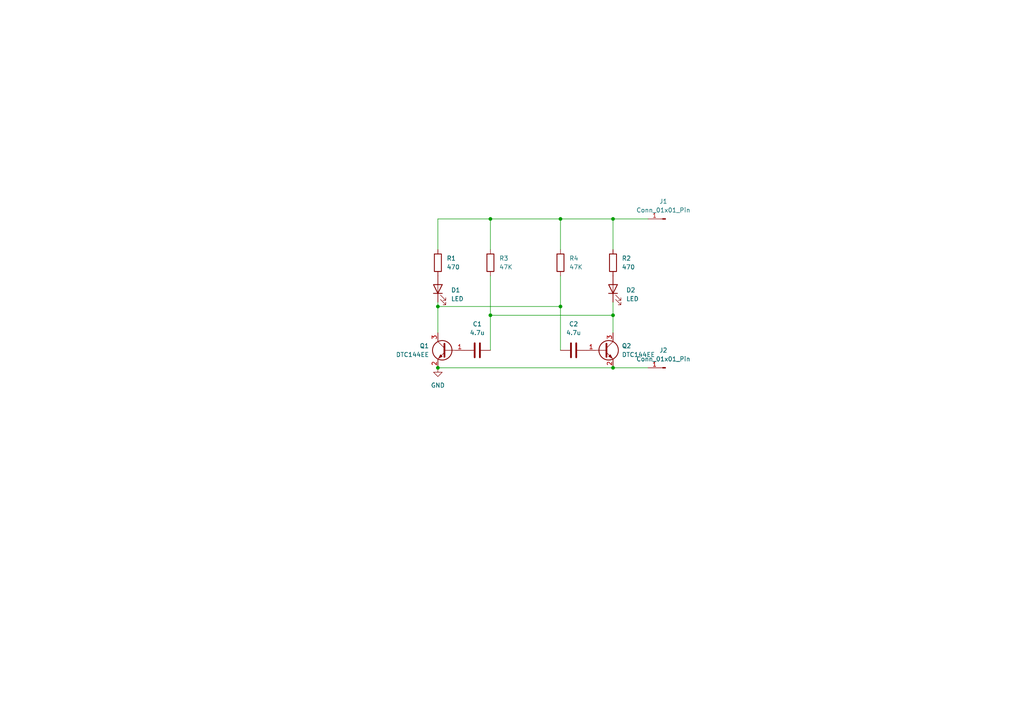
<source format=kicad_sch>
(kicad_sch (version 20250114) (generator "eeschema") (generator_version "9.0")
  (paper "A4")
  (lib_symbols
    (symbol "Connector:Conn_01x01_Pin" (pin_names (offset 1.016) (hide yes))
      (property "Reference" "J" (at 0 2.54 0))
      (property "Value" "Conn_01x01_Pin" (at 0 -2.54 0))
      (symbol "Conn_01x01_Pin_1_1"
        (rectangle (start 0.8636 0.127) (end 0 -0.127) (stroke (width 0.1524)) (fill (type outline)))
        (polyline (pts (xy 1.27 0) (xy 0.8636 0)) (stroke (width 0.1524)))
        (pin passive line (at 5.08 0 180) (length 3.81) (name "Pin_1") (number "1"))
      )
    )
    (symbol "Device:C" (pin_numbers (hide yes)) (pin_names (offset 0.254))
      (property "Reference" "C" (at 0.635 2.54 0))
      (property "Value" "C" (at 0.635 -2.54 0))
      (symbol "C_0_1"
        (polyline (pts (xy -2.032 0.762) (xy 2.032 0.762)) (stroke (width 0.508)))
        (polyline (pts (xy -2.032 -0.762) (xy 2.032 -0.762)) (stroke (width 0.508)))
      )
      (symbol "C_1_1"
        (pin passive line (at 0 3.81 270) (length 2.794) (name "~") (number "1"))
        (pin passive line (at 0 -3.81 90) (length 2.794) (name "~") (number "2"))
      )
    )
    (symbol "Device:LED" (pin_numbers (hide yes)) (pin_names (offset 1.016) (hide yes))
      (property "Reference" "D" (at 0 2.54 0))
      (property "Value" "LED" (at 0 -2.54 0))
      (symbol "LED_0_1"
        (polyline (pts (xy -3.048 -0.762) (xy -4.572 -2.286) (xy -3.81 -2.286) (xy -4.572 -2.286) (xy -4.572 -1.524)))
        (polyline (pts (xy -1.778 -0.762) (xy -3.302 -2.286) (xy -2.54 -2.286) (xy -3.302 -2.286) (xy -3.302 -1.524)))
        (polyline (pts (xy -1.27 0) (xy 1.27 0)))
        (polyline (pts (xy -1.27 -1.27) (xy -1.27 1.27)) (stroke (width 0.254)))
        (polyline (pts (xy 1.27 -1.27) (xy 1.27 1.27) (xy -1.27 0) (xy 1.27 -1.27)) (stroke (width 0.254)))
      )
      (symbol "LED_1_1"
        (pin passive line (at -3.81 0 0) (length 2.54) (name "K") (number "1"))
        (pin passive line (at 3.81 0 180) (length 2.54) (name "A") (number "2"))
      )
    )
    (symbol "Device:R" (pin_numbers (hide yes)) (pin_names (offset 0))
      (property "Reference" "R" (at 2.032 0 90))
      (property "Value" "R" (at 0 0 90))
      (symbol "R_0_1"
        (rectangle (start -1.016 -2.54) (end 1.016 2.54) (stroke (width 0.254)))
      )
      (symbol "R_1_1"
        (pin passive line (at 0 3.81 270) (length 1.27) (name "~") (number "1"))
        (pin passive line (at 0 -3.81 90) (length 1.27) (name "~") (number "2"))
      )
    )
    (symbol "Transistor_BJT:BC817" (pin_names (offset 0) (hide yes))
      (property "Reference" "Q" (at 5.08 1.905 0))
      (property "Value" "BC817" (at 5.08 0 0))
      (symbol "BC817_0_1"
        (polyline (pts (xy -2.54 0) (xy 0.635 0)))
        (polyline (pts (xy 0.635 1.905) (xy 0.635 -1.905)) (stroke (width 0.508)))
        (circle (center 1.27 0) (radius 2.8194) (stroke (width 0.254)))
      )
      (symbol "BC817_1_1"
        (polyline (pts (xy 0.635 0.635) (xy 2.54 2.54)))
        (polyline (pts (xy 0.635 -0.635) (xy 2.54 -2.54)))
        (polyline (pts (xy 1.27 -1.778) (xy 1.778 -1.27) (xy 2.286 -2.286) (xy 1.27 -1.778)) (fill (type outline)))
        (pin input line (at -5.08 0 0) (length 2.54) (name "B") (number "1"))
        (pin passive line (at 2.54 5.08 270) (length 2.54) (name "C") (number "3"))
        (pin passive line (at 2.54 -5.08 90) (length 2.54) (name "E") (number "2"))
      )
    )
    (symbol "power:GND" (power) (pin_numbers (hide yes)) (pin_names (offset 0) (hide yes))
      (property "Value" "GND" (at 0 -3.81 0))
      (symbol "GND_0_1"
        (polyline (pts (xy 0 0) (xy 0 -1.27) (xy 1.27 -1.27) (xy 0 -2.54) (xy -1.27 -1.27) (xy 0 -1.27)))
      )
      (symbol "GND_1_1"
        (pin power_in line (at 0 0 270) (length 0) (name "~") (number "1"))
      )
    )
  )
  (junction (at 142.24 91.44))
  (junction (at 177.8 63.5))
  (junction (at 177.8 106.68))
  (junction (at 142.24 63.5))
  (junction (at 162.56 88.9))
  (junction (at 162.56 63.5))
  (junction (at 127 88.9))
  (junction (at 177.8 91.44))
  (junction (at 127 106.68))
  (wire (pts (xy 177.8 91.44) (xy 142.24 91.44)))
  (wire (pts (xy 142.24 80.01) (xy 142.24 91.44)))
  (wire (pts (xy 127 63.5) (xy 142.24 63.5)))
  (wire (pts (xy 162.56 63.5) (xy 162.56 72.39)))
  (wire (pts (xy 177.8 91.44) (xy 177.8 96.52)))
  (wire (pts (xy 177.8 72.39) (xy 177.8 63.5)))
  (wire (pts (xy 177.8 63.5) (xy 187.96 63.5)))
  (wire (pts (xy 127 88.9) (xy 127 96.52)))
  (wire (pts (xy 127 87.63) (xy 127 88.9)))
  (wire (pts (xy 127 88.9) (xy 162.56 88.9)))
  (wire (pts (xy 162.56 80.01) (xy 162.56 88.9)))
  (wire (pts (xy 142.24 63.5) (xy 162.56 63.5)))
  (wire (pts (xy 142.24 63.5) (xy 142.24 72.39)))
  (wire (pts (xy 177.8 87.63) (xy 177.8 91.44)))
  (wire (pts (xy 142.24 91.44) (xy 142.24 101.6)))
  (wire (pts (xy 127 72.39) (xy 127 63.5)))
  (wire (pts (xy 127 106.68) (xy 177.8 106.68)))
  (wire (pts (xy 162.56 63.5) (xy 177.8 63.5)))
  (wire (pts (xy 162.56 88.9) (xy 162.56 101.6)))
  (wire (pts (xy 177.8 106.68) (xy 187.96 106.68)))
  (symbol (lib_id "Connector:Conn_01x01_Pin") (at 193.04 63.5 0) (mirror y) (unit 1)
    (property "Reference" "J1" (at 192.405 58.42 0))
    (property "Value" "Conn_01x01_Pin" (at 192.405 60.96 0))
    (property "Footprint" "Connector_Wire:SolderWire-0.1sqmm_1x01_D0.4mm_OD1mm" (effects (hide yes)))
    (property "Description" "Generic connector, single row, 01x01, script generated" (effects (hide yes)))
  )
  (symbol (lib_id "Transistor_BJT:BC817") (at 129.54 101.6 0) (mirror y) (unit 1)
    (property "Reference" "Q1" (at 124.46 100.3299 0) (effects (justify left)))
    (property "Value" "DTC144EE" (at 124.46 102.8699 0) (effects (justify left)))
    (property "Footprint" "Package_TO_SOT_SMD:SOT-523" (effects (hide yes)))
    (property "Datasheet" "https://www.onsemi.com/pub/Collateral/BC818-D.pdf" (effects (hide yes)))
  )
  (symbol (lib_id "Device:R") (at 142.24 76.2 0) (unit 1)
    (property "Reference" "R3" (at 144.78 74.9299 0) (effects (justify left)))
    (property "Value" "47K" (at 144.78 77.4699 0) (effects (justify left)))
    (property "Footprint" "Resistor_SMD:R_0201_0603Metric" (effects (hide yes)))
    (property "Description" "Resistor" (effects (hide yes)))
  )
  (symbol (lib_id "Device:R") (at 162.56 76.2 0) (unit 1)
    (property "Reference" "R4" (at 165.1 74.9299 0) (effects (justify left)))
    (property "Value" "47K" (at 165.1 77.4699 0) (effects (justify left)))
    (property "Footprint" "Resistor_SMD:R_0201_0603Metric" (effects (hide yes)))
    (property "Description" "Resistor" (effects (hide yes)))
  )
  (symbol (lib_id "Device:LED") (at 177.8 83.82 90) (unit 1)
    (property "Reference" "D2" (at 181.61 84.1374 90) (effects (justify right)))
    (property "Value" "LED" (at 181.61 86.6774 90) (effects (justify right)))
    (property "Footprint" "LED_SMD:LED_1206_3216Metric" (effects (hide yes)))
    (property "Description" "Light emitting diode" (effects (hide yes)))
    (property "Sim.Pins" "1=K 2=A" (effects (hide yes)))
  )
  (symbol (lib_id "Connector:Conn_01x01_Pin") (at 193.04 106.68 0) (mirror y) (unit 1)
    (property "Reference" "J2" (at 192.405 101.6 0))
    (property "Value" "Conn_01x01_Pin" (at 192.405 104.14 0))
    (property "Footprint" "Connector_Wire:SolderWire-0.1sqmm_1x01_D0.4mm_OD1mm" (effects (hide yes)))
    (property "Description" "Generic connector, single row, 01x01, script generated" (effects (hide yes)))
  )
  (symbol (lib_id "Device:C") (at 166.37 101.6 90) (unit 1)
    (property "Reference" "C2" (at 166.37 93.98 90))
    (property "Value" "4.7u" (at 166.37 96.52 90))
    (property "Footprint" "Capacitor_SMD:C_0201_0603Metric" (effects (hide yes)))
    (property "Description" "Unpolarized capacitor" (effects (hide yes)))
  )
  (symbol (lib_id "Device:R") (at 177.8 76.2 0) (unit 1)
    (property "Reference" "R2" (at 180.34 74.9299 0) (effects (justify left)))
    (property "Value" "470" (at 180.34 77.4699 0) (effects (justify left)))
    (property "Footprint" "Resistor_SMD:R_0201_0603Metric" (effects (hide yes)))
    (property "Description" "Resistor" (effects (hide yes)))
  )
  (symbol (lib_id "power:GND") (at 127 106.68 0) (unit 1)
    (property "Reference" "#PWR01" (effects (hide yes)))
    (property "Value" "GND" (at 127 111.76 0))
    (property "Description" "Power symbol creates a global label with name \"GND\" , ground" (effects (hide yes)))
  )
  (symbol (lib_id "Device:LED") (at 127 83.82 90) (unit 1)
    (property "Reference" "D1" (at 130.81 84.1374 90) (effects (justify right)))
    (property "Value" "LED" (at 130.81 86.6774 90) (effects (justify right)))
    (property "Footprint" "LED_SMD:LED_1206_3216Metric" (effects (hide yes)))
    (property "Description" "Light emitting diode" (effects (hide yes)))
    (property "Sim.Pins" "1=K 2=A" (effects (hide yes)))
  )
  (symbol (lib_id "Transistor_BJT:BC817") (at 175.26 101.6 0) (unit 1)
    (property "Reference" "Q2" (at 180.34 100.3299 0) (effects (justify left)))
    (property "Value" "DTC144EE" (at 180.34 102.8699 0) (effects (justify left)))
    (property "Footprint" "Package_TO_SOT_SMD:SOT-523" (effects (hide yes)))
    (property "Datasheet" "https://www.onsemi.com/pub/Collateral/BC818-D.pdf" (effects (hide yes)))
  )
  (symbol (lib_id "Device:R") (at 127 76.2 0) (unit 1)
    (property "Reference" "R1" (at 129.54 74.9299 0) (effects (justify left)))
    (property "Value" "470" (at 129.54 77.4699 0) (effects (justify left)))
    (property "Footprint" "Resistor_SMD:R_0201_0603Metric" (effects (hide yes)))
    (property "Description" "Resistor" (effects (hide yes)))
  )
  (symbol (lib_id "Device:C") (at 138.43 101.6 90) (unit 1)
    (property "Reference" "C1" (at 138.43 93.98 90))
    (property "Value" "4.7u" (at 138.43 96.52 90))
    (property "Footprint" "Capacitor_SMD:C_0201_0603Metric" (effects (hide yes)))
    (property "Description" "Unpolarized capacitor" (effects (hide yes)))
  )
)
</source>
